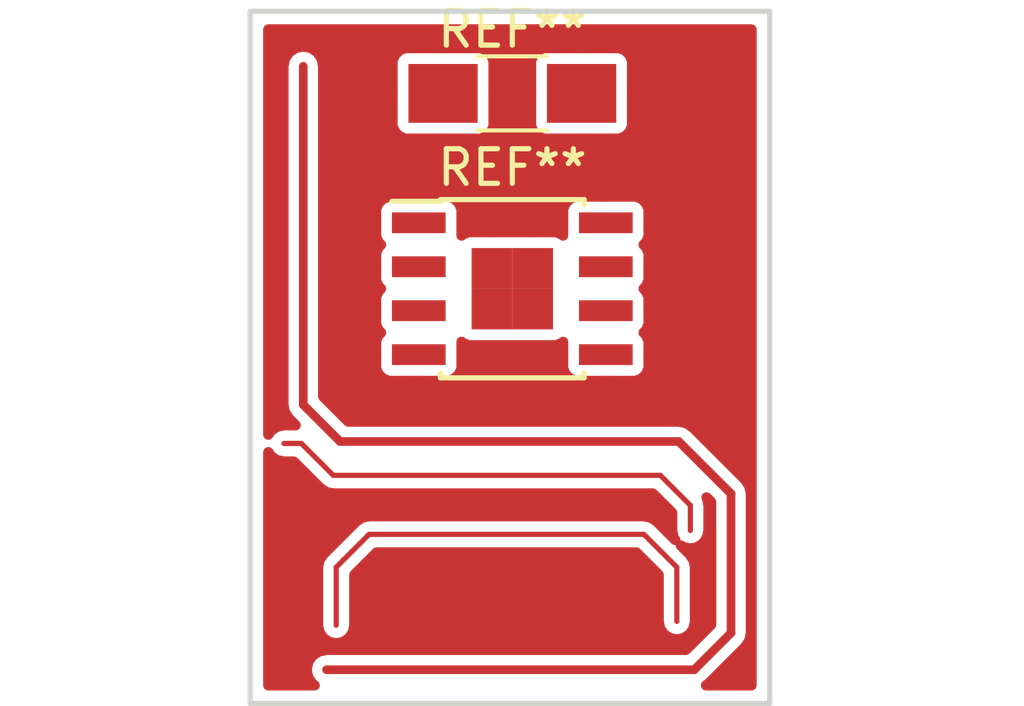
<source format=kicad_pcb>
(kicad_pcb (version 4) (host pcbnew 4.0.7-e2-6376~60~ubuntu17.10.1)

  (general
    (links 0)
    (no_connects 0)
    (area 92.702335 99.54716 122.435666 120.075001)
    (thickness 1.6)
    (drawings 4)
    (tracks 17)
    (zones 0)
    (modules 2)
    (nets 1)
  )

  (page A4)
  (layers
    (0 F.Cu signal)
    (31 B.Cu signal)
    (32 B.Adhes user)
    (33 F.Adhes user)
    (34 B.Paste user)
    (35 F.Paste user)
    (36 B.SilkS user)
    (37 F.SilkS user)
    (38 B.Mask user)
    (39 F.Mask user)
    (40 Dwgs.User user)
    (41 Cmts.User user)
    (42 Eco1.User user)
    (43 Eco2.User user)
    (44 Edge.Cuts user)
    (45 Margin user)
    (46 B.CrtYd user)
    (47 F.CrtYd user)
    (48 B.Fab user)
    (49 F.Fab user)
  )

  (setup
    (last_trace_width 0.15)
    (user_trace_width 0.1)
    (user_trace_width 0.15)
    (user_trace_width 0.2)
    (user_trace_width 0.25)
    (user_trace_width 0.3)
    (user_trace_width 0.4)
    (user_trace_width 0.5)
    (user_trace_width 0.6)
    (trace_clearance 0.2)
    (zone_clearance 0.3)
    (zone_45_only no)
    (trace_min 0.1)
    (segment_width 0.2)
    (edge_width 0.15)
    (via_size 0.6)
    (via_drill 0.4)
    (via_min_size 0.4)
    (via_min_drill 0.3)
    (uvia_size 0.3)
    (uvia_drill 0.1)
    (uvias_allowed no)
    (uvia_min_size 0.2)
    (uvia_min_drill 0.1)
    (pcb_text_width 0.3)
    (pcb_text_size 0.8 0.8)
    (mod_edge_width 0.15)
    (mod_text_size 1 1)
    (mod_text_width 0.15)
    (pad_size 1.524 1.524)
    (pad_drill 0.762)
    (pad_to_mask_clearance 0.2)
    (aux_axis_origin 99.86518 120.16486)
    (visible_elements FFFFFF7F)
    (pcbplotparams
      (layerselection 0x01000_00000001)
      (usegerberextensions false)
      (excludeedgelayer true)
      (linewidth 0.100000)
      (plotframeref false)
      (viasonmask false)
      (mode 1)
      (useauxorigin true)
      (hpglpennumber 1)
      (hpglpenspeed 20)
      (hpglpendiameter 15)
      (hpglpenoverlay 2)
      (psnegative false)
      (psa4output false)
      (plotreference true)
      (plotvalue true)
      (plotinvisibletext false)
      (padsonsilk false)
      (subtractmaskfromsilk false)
      (outputformat 1)
      (mirror false)
      (drillshape 0)
      (scaleselection 1)
      (outputdirectory Fabricacion/))
  )

  (net 0 "")

  (net_class Default "Esta es la clase de red por defecto."
    (clearance 0.2)
    (trace_width 0.25)
    (via_dia 0.6)
    (via_drill 0.4)
    (uvia_dia 0.3)
    (uvia_drill 0.1)
  )

  (module Resistors_SMD:R_1206_HandSoldering (layer F.Cu) (tedit 58E0A804) (tstamp 5ABC9A96)
    (at 107.569 102.37216)
    (descr "Resistor SMD 1206, hand soldering")
    (tags "resistor 1206")
    (attr smd)
    (fp_text reference REF** (at 0 -1.85) (layer F.SilkS)
      (effects (font (size 1 1) (thickness 0.15)))
    )
    (fp_text value R_1206_HandSoldering (at 0 1.9) (layer F.Fab)
      (effects (font (size 1 1) (thickness 0.15)))
    )
    (fp_text user %R (at 0 0) (layer F.Fab)
      (effects (font (size 0.7 0.7) (thickness 0.105)))
    )
    (fp_line (start -1.6 0.8) (end -1.6 -0.8) (layer F.Fab) (width 0.1))
    (fp_line (start 1.6 0.8) (end -1.6 0.8) (layer F.Fab) (width 0.1))
    (fp_line (start 1.6 -0.8) (end 1.6 0.8) (layer F.Fab) (width 0.1))
    (fp_line (start -1.6 -0.8) (end 1.6 -0.8) (layer F.Fab) (width 0.1))
    (fp_line (start 1 1.07) (end -1 1.07) (layer F.SilkS) (width 0.12))
    (fp_line (start -1 -1.07) (end 1 -1.07) (layer F.SilkS) (width 0.12))
    (fp_line (start -3.25 -1.11) (end 3.25 -1.11) (layer F.CrtYd) (width 0.05))
    (fp_line (start -3.25 -1.11) (end -3.25 1.1) (layer F.CrtYd) (width 0.05))
    (fp_line (start 3.25 1.1) (end 3.25 -1.11) (layer F.CrtYd) (width 0.05))
    (fp_line (start 3.25 1.1) (end -3.25 1.1) (layer F.CrtYd) (width 0.05))
    (pad 1 smd rect (at -2 0) (size 2 1.7) (layers F.Cu F.Paste F.Mask))
    (pad 2 smd rect (at 2 0) (size 2 1.7) (layers F.Cu F.Paste F.Mask))
    (model ${KISYS3DMOD}/Resistors_SMD.3dshapes/R_1206.wrl
      (at (xyz 0 0 0))
      (scale (xyz 1 1 1))
      (rotate (xyz 0 0 0))
    )
  )

  (module Housings_SOIC:SOIC-8-1EP_3.9x4.9mm_Pitch1.27mm (layer F.Cu) (tedit 58CC8F64) (tstamp 5AC4D93F)
    (at 107.569 108.01604)
    (descr "8-Lead Thermally Enhanced Plastic Small Outline (SE) - Narrow, 3.90 mm Body [SOIC] (see Microchip Packaging Specification 00000049BS.pdf)")
    (tags "SOIC 1.27")
    (attr smd)
    (fp_text reference REF** (at 0 -3.5) (layer F.SilkS)
      (effects (font (size 1 1) (thickness 0.15)))
    )
    (fp_text value SOIC-8-1EP_3.9x4.9mm_Pitch1.27mm (at 0 3.5) (layer F.Fab)
      (effects (font (size 1 1) (thickness 0.15)))
    )
    (fp_text user %R (at 0 0) (layer F.Fab)
      (effects (font (size 0.9 0.9) (thickness 0.135)))
    )
    (fp_line (start -0.95 -2.45) (end 1.95 -2.45) (layer F.Fab) (width 0.15))
    (fp_line (start 1.95 -2.45) (end 1.95 2.45) (layer F.Fab) (width 0.15))
    (fp_line (start 1.95 2.45) (end -1.95 2.45) (layer F.Fab) (width 0.15))
    (fp_line (start -1.95 2.45) (end -1.95 -1.45) (layer F.Fab) (width 0.15))
    (fp_line (start -1.95 -1.45) (end -0.95 -2.45) (layer F.Fab) (width 0.15))
    (fp_line (start -3.75 -2.75) (end -3.75 2.75) (layer F.CrtYd) (width 0.05))
    (fp_line (start 3.75 -2.75) (end 3.75 2.75) (layer F.CrtYd) (width 0.05))
    (fp_line (start -3.75 -2.75) (end 3.75 -2.75) (layer F.CrtYd) (width 0.05))
    (fp_line (start -3.75 2.75) (end 3.75 2.75) (layer F.CrtYd) (width 0.05))
    (fp_line (start -2.075 -2.575) (end -2.075 -2.525) (layer F.SilkS) (width 0.15))
    (fp_line (start 2.075 -2.575) (end 2.075 -2.43) (layer F.SilkS) (width 0.15))
    (fp_line (start 2.075 2.575) (end 2.075 2.43) (layer F.SilkS) (width 0.15))
    (fp_line (start -2.075 2.575) (end -2.075 2.43) (layer F.SilkS) (width 0.15))
    (fp_line (start -2.075 -2.575) (end 2.075 -2.575) (layer F.SilkS) (width 0.15))
    (fp_line (start -2.075 2.575) (end 2.075 2.575) (layer F.SilkS) (width 0.15))
    (fp_line (start -2.075 -2.525) (end -3.475 -2.525) (layer F.SilkS) (width 0.15))
    (pad 1 smd rect (at -2.7 -1.905) (size 1.55 0.6) (layers F.Cu F.Paste F.Mask))
    (pad 2 smd rect (at -2.7 -0.635) (size 1.55 0.6) (layers F.Cu F.Paste F.Mask))
    (pad 3 smd rect (at -2.7 0.635) (size 1.55 0.6) (layers F.Cu F.Paste F.Mask))
    (pad 4 smd rect (at -2.7 1.905) (size 1.55 0.6) (layers F.Cu F.Paste F.Mask))
    (pad 5 smd rect (at 2.7 1.905) (size 1.55 0.6) (layers F.Cu F.Paste F.Mask))
    (pad 6 smd rect (at 2.7 0.635) (size 1.55 0.6) (layers F.Cu F.Paste F.Mask))
    (pad 7 smd rect (at 2.7 -0.635) (size 1.55 0.6) (layers F.Cu F.Paste F.Mask))
    (pad 8 smd rect (at 2.7 -1.905) (size 1.55 0.6) (layers F.Cu F.Paste F.Mask))
    (pad 9 smd rect (at 0.5875 0.5875) (size 1.175 1.175) (layers F.Cu F.Paste F.Mask)
      (solder_paste_margin_ratio -0.2))
    (pad 9 smd rect (at 0.5875 -0.5875) (size 1.175 1.175) (layers F.Cu F.Paste F.Mask)
      (solder_paste_margin_ratio -0.2))
    (pad 9 smd rect (at -0.5875 0.5875) (size 1.175 1.175) (layers F.Cu F.Paste F.Mask)
      (solder_paste_margin_ratio -0.2))
    (pad 9 smd rect (at -0.5875 -0.5875) (size 1.175 1.175) (layers F.Cu F.Paste F.Mask)
      (solder_paste_margin_ratio -0.2))
    (model ${KISYS3DMOD}/Housings_SOIC.3dshapes/SOIC-8-1EP_3.9x4.9mm_Pitch1.27mm.wrl
      (at (xyz 0 0 0))
      (scale (xyz 1 1 1))
      (rotate (xyz 0 0 0))
    )
  )

  (gr_line (start 115 100) (end 115 120) (angle 90) (layer Edge.Cuts) (width 0.15))
  (gr_line (start 100 100) (end 115 100) (angle 90) (layer Edge.Cuts) (width 0.15))
  (gr_line (start 100 120) (end 115 120) (angle 90) (layer Edge.Cuts) (width 0.15))
  (gr_line (start 100 100) (end 100 120) (angle 90) (layer Edge.Cuts) (width 0.15))

  (segment (start 102.48392 117.73916) (end 102.48392 116.06276) (width 0.15) (layer F.Cu) (net 0))
  (segment (start 112.3188 116.06276) (end 112.3188 117.6274) (width 0.15) (layer F.Cu) (net 0) (tstamp 5AC4D98C))
  (segment (start 111.36884 115.1128) (end 112.3188 116.06276) (width 0.15) (layer F.Cu) (net 0) (tstamp 5AC4D98A))
  (segment (start 103.43388 115.1128) (end 111.36884 115.1128) (width 0.15) (layer F.Cu) (net 0) (tstamp 5AC4D988))
  (segment (start 102.48392 116.06276) (end 103.43388 115.1128) (width 0.15) (layer F.Cu) (net 0) (tstamp 5AC4D986))
  (segment (start 100.97516 112.48644) (end 101.47808 112.48644) (width 0.15) (layer F.Cu) (net 0))
  (segment (start 112.70996 114.2746) (end 112.70996 115.00104) (width 0.15) (layer F.Cu) (net 0) (tstamp 5AC4D981))
  (segment (start 111.84382 113.40846) (end 112.70996 114.2746) (width 0.15) (layer F.Cu) (net 0) (tstamp 5AC4D97F))
  (segment (start 102.4001 113.40846) (end 111.84382 113.40846) (width 0.15) (layer F.Cu) (net 0) (tstamp 5AC4D97D))
  (segment (start 101.47808 112.48644) (end 102.4001 113.40846) (width 0.15) (layer F.Cu) (net 0) (tstamp 5AC4D97C))
  (segment (start 101.53396 101.58984) (end 101.53396 111.36884) (width 0.25) (layer F.Cu) (net 0))
  (segment (start 112.82172 119.0244) (end 102.20452 119.0244) (width 0.25) (layer F.Cu) (net 0) (tstamp 5AC4D975))
  (segment (start 113.88344 117.96268) (end 112.82172 119.0244) (width 0.25) (layer F.Cu) (net 0) (tstamp 5AC4D973))
  (segment (start 113.88344 113.93932) (end 113.88344 117.96268) (width 0.25) (layer F.Cu) (net 0) (tstamp 5AC4D971))
  (segment (start 112.37468 112.43056) (end 113.88344 113.93932) (width 0.25) (layer F.Cu) (net 0) (tstamp 5AC4D96F))
  (segment (start 102.59568 112.43056) (end 112.37468 112.43056) (width 0.25) (layer F.Cu) (net 0) (tstamp 5AC4D96D))
  (segment (start 101.53396 111.36884) (end 102.59568 112.43056) (width 0.25) (layer F.Cu) (net 0) (tstamp 5AC4D96B))

  (zone (net 0) (net_name "") (layer F.Cu) (tstamp 5ACD1051) (hatch edge 0.508)
    (connect_pads (clearance 0.3))
    (min_thickness 0.3)
    (fill yes (arc_segments 16) (thermal_gap 0.31) (thermal_bridge_width 0.31))
    (polygon
      (pts
        (xy 100.0252 119.974569) (xy 100.0252 120.03024) (xy 99.96932 119.97436)
      )
    )
  )
  (zone (net 0) (net_name "") (layer F.Cu) (tstamp 5ACD1052) (hatch edge 0.508)
    (connect_pads (clearance 0.3))
    (min_thickness 0.3)
    (fill yes (arc_segments 16) (thermal_gap 0.31) (thermal_bridge_width 0.31))
    (polygon
      (pts
        (xy 115.00104 100.08108) (xy 114.94516 120.03024) (xy 100.0252 119.974569) (xy 100.0252 100.0252)
      )
    )
    (filled_polygon
      (pts
        (xy 100.603929 112.857671) (xy 100.774251 112.971477) (xy 100.97516 113.01144) (xy 101.260618 113.01144) (xy 102.028869 113.779691)
        (xy 102.199191 113.893497) (xy 102.4001 113.93346) (xy 111.626358 113.93346) (xy 112.18496 114.492062) (xy 112.18496 115.00104)
        (xy 112.224923 115.201949) (xy 112.274202 115.2757) (xy 111.740071 114.741569) (xy 111.569749 114.627763) (xy 111.36884 114.5878)
        (xy 103.43388 114.5878) (xy 103.232971 114.627763) (xy 103.062649 114.741569) (xy 102.112689 115.691529) (xy 101.998883 115.861851)
        (xy 101.95892 116.06276) (xy 101.95892 117.73916) (xy 101.998883 117.940069) (xy 102.112689 118.110391) (xy 102.283011 118.224197)
        (xy 102.48392 118.26416) (xy 102.684829 118.224197) (xy 102.855151 118.110391) (xy 102.968957 117.940069) (xy 103.00892 117.73916)
        (xy 103.00892 116.280222) (xy 103.651342 115.6378) (xy 111.151378 115.6378) (xy 111.7938 116.280222) (xy 111.7938 117.6274)
        (xy 111.833763 117.828309) (xy 111.947569 117.998631) (xy 112.117891 118.112437) (xy 112.3188 118.1524) (xy 112.519709 118.112437)
        (xy 112.690031 117.998631) (xy 112.803837 117.828309) (xy 112.8438 117.6274) (xy 112.8438 116.06276) (xy 112.803837 115.861851)
        (xy 112.690031 115.691529) (xy 112.4353 115.436798) (xy 112.509051 115.486077) (xy 112.70996 115.52604) (xy 112.910869 115.486077)
        (xy 113.081191 115.372271) (xy 113.194997 115.201949) (xy 113.23496 115.00104) (xy 113.23496 114.2746) (xy 113.194997 114.073691)
        (xy 113.175583 114.044635) (xy 113.30844 114.177493) (xy 113.30844 117.724507) (xy 112.583548 118.4494) (xy 102.20452 118.4494)
        (xy 101.984477 118.493169) (xy 101.797934 118.617814) (xy 101.673289 118.804357) (xy 101.62952 119.0244) (xy 101.673289 119.244443)
        (xy 101.797934 119.430986) (xy 101.863805 119.475) (xy 100.525 119.475) (xy 100.525 112.739546)
      )
    )
    (filled_polygon
      (pts
        (xy 114.475 119.475) (xy 113.162435 119.475) (xy 113.228306 119.430986) (xy 114.290027 118.369266) (xy 114.414671 118.182723)
        (xy 114.45844 117.96268) (xy 114.45844 113.93932) (xy 114.414671 113.719277) (xy 114.290027 113.532734) (xy 112.781266 112.023974)
        (xy 112.594723 111.899329) (xy 112.37468 111.85556) (xy 102.833853 111.85556) (xy 102.10896 111.130668) (xy 102.10896 105.719541)
        (xy 103.634 105.719541) (xy 103.634 105.99104) (xy 103.635184 105.992224) (xy 103.635184 106.229856) (xy 103.634 106.23104)
        (xy 103.634 106.502539) (xy 103.704031 106.671609) (xy 103.778462 106.74604) (xy 103.704031 106.820471) (xy 103.634 106.989541)
        (xy 103.634 107.26104) (xy 103.635184 107.262224) (xy 103.635184 107.499856) (xy 103.634 107.50104) (xy 103.634 107.772539)
        (xy 103.704031 107.941609) (xy 103.778462 108.01604) (xy 103.704031 108.090471) (xy 103.634 108.259541) (xy 103.634 108.53104)
        (xy 103.635184 108.532224) (xy 103.635184 108.769856) (xy 103.634 108.77104) (xy 103.634 109.042539) (xy 103.704031 109.211609)
        (xy 103.778462 109.28604) (xy 103.704031 109.360471) (xy 103.634 109.529541) (xy 103.634 109.80104) (xy 103.635184 109.802224)
        (xy 103.635184 110.039856) (xy 103.634 110.04104) (xy 103.634 110.312539) (xy 103.704031 110.481609) (xy 103.833431 110.611009)
        (xy 104.0025 110.68104) (xy 104.749 110.68104) (xy 104.750184 110.679856) (xy 104.987816 110.679856) (xy 104.989 110.68104)
        (xy 105.7355 110.68104) (xy 105.904569 110.611009) (xy 106.033969 110.481609) (xy 106.104 110.312539) (xy 106.104 110.04104)
        (xy 106.102816 110.039856) (xy 106.102816 109.802224) (xy 106.104 109.80104) (xy 106.104 109.551578) (xy 106.133431 109.581009)
        (xy 106.3025 109.65104) (xy 106.8615 109.65104) (xy 106.862684 109.649856) (xy 107.100316 109.649856) (xy 107.1015 109.65104)
        (xy 108.0365 109.65104) (xy 108.037684 109.649856) (xy 108.275316 109.649856) (xy 108.2765 109.65104) (xy 108.8355 109.65104)
        (xy 109.004569 109.581009) (xy 109.034 109.551578) (xy 109.034 109.80104) (xy 109.035184 109.802224) (xy 109.035184 110.039856)
        (xy 109.034 110.04104) (xy 109.034 110.312539) (xy 109.104031 110.481609) (xy 109.233431 110.611009) (xy 109.4025 110.68104)
        (xy 110.149 110.68104) (xy 110.150184 110.679856) (xy 110.387816 110.679856) (xy 110.389 110.68104) (xy 111.1355 110.68104)
        (xy 111.304569 110.611009) (xy 111.433969 110.481609) (xy 111.504 110.312539) (xy 111.504 110.04104) (xy 111.502816 110.039856)
        (xy 111.502816 109.802224) (xy 111.504 109.80104) (xy 111.504 109.529541) (xy 111.433969 109.360471) (xy 111.359538 109.28604)
        (xy 111.433969 109.211609) (xy 111.504 109.042539) (xy 111.504 108.77104) (xy 111.502816 108.769856) (xy 111.502816 108.532224)
        (xy 111.504 108.53104) (xy 111.504 108.259541) (xy 111.433969 108.090471) (xy 111.359538 108.01604) (xy 111.433969 107.941609)
        (xy 111.504 107.772539) (xy 111.504 107.50104) (xy 111.502816 107.499856) (xy 111.502816 107.262224) (xy 111.504 107.26104)
        (xy 111.504 106.989541) (xy 111.433969 106.820471) (xy 111.359538 106.74604) (xy 111.433969 106.671609) (xy 111.504 106.502539)
        (xy 111.504 106.23104) (xy 111.502816 106.229856) (xy 111.502816 105.992224) (xy 111.504 105.99104) (xy 111.504 105.719541)
        (xy 111.433969 105.550471) (xy 111.304569 105.421071) (xy 111.1355 105.35104) (xy 110.389 105.35104) (xy 110.387816 105.352224)
        (xy 110.150184 105.352224) (xy 110.149 105.35104) (xy 109.4025 105.35104) (xy 109.233431 105.421071) (xy 109.104031 105.550471)
        (xy 109.034 105.719541) (xy 109.034 105.99104) (xy 109.035184 105.992224) (xy 109.035184 106.229856) (xy 109.034 106.23104)
        (xy 109.034 106.480502) (xy 109.004569 106.451071) (xy 108.8355 106.38104) (xy 108.2765 106.38104) (xy 108.275316 106.382224)
        (xy 108.037684 106.382224) (xy 108.0365 106.38104) (xy 107.1015 106.38104) (xy 107.100316 106.382224) (xy 106.862684 106.382224)
        (xy 106.8615 106.38104) (xy 106.3025 106.38104) (xy 106.133431 106.451071) (xy 106.104 106.480502) (xy 106.104 106.23104)
        (xy 106.102816 106.229856) (xy 106.102816 105.992224) (xy 106.104 105.99104) (xy 106.104 105.719541) (xy 106.033969 105.550471)
        (xy 105.904569 105.421071) (xy 105.7355 105.35104) (xy 104.989 105.35104) (xy 104.987816 105.352224) (xy 104.750184 105.352224)
        (xy 104.749 105.35104) (xy 104.0025 105.35104) (xy 103.833431 105.421071) (xy 103.704031 105.550471) (xy 103.634 105.719541)
        (xy 102.10896 105.719541) (xy 102.10896 101.58984) (xy 102.077298 101.430661) (xy 104.109 101.430661) (xy 104.109 102.25216)
        (xy 104.110184 102.253344) (xy 104.110184 102.490976) (xy 104.109 102.49216) (xy 104.109 103.313659) (xy 104.179031 103.482729)
        (xy 104.308431 103.612129) (xy 104.4775 103.68216) (xy 105.449 103.68216) (xy 105.450184 103.680976) (xy 105.687816 103.680976)
        (xy 105.689 103.68216) (xy 106.6605 103.68216) (xy 106.829569 103.612129) (xy 106.958969 103.482729) (xy 107.029 103.313659)
        (xy 107.029 102.49216) (xy 107.027816 102.490976) (xy 107.027816 102.253344) (xy 107.029 102.25216) (xy 107.029 101.430661)
        (xy 108.109 101.430661) (xy 108.109 102.25216) (xy 108.110184 102.253344) (xy 108.110184 102.490976) (xy 108.109 102.49216)
        (xy 108.109 103.313659) (xy 108.179031 103.482729) (xy 108.308431 103.612129) (xy 108.4775 103.68216) (xy 109.449 103.68216)
        (xy 109.450184 103.680976) (xy 109.687816 103.680976) (xy 109.689 103.68216) (xy 110.6605 103.68216) (xy 110.829569 103.612129)
        (xy 110.958969 103.482729) (xy 111.029 103.313659) (xy 111.029 102.49216) (xy 111.027816 102.490976) (xy 111.027816 102.253344)
        (xy 111.029 102.25216) (xy 111.029 101.430661) (xy 110.958969 101.261591) (xy 110.829569 101.132191) (xy 110.6605 101.06216)
        (xy 109.689 101.06216) (xy 109.687816 101.063344) (xy 109.450184 101.063344) (xy 109.449 101.06216) (xy 108.4775 101.06216)
        (xy 108.308431 101.132191) (xy 108.179031 101.261591) (xy 108.109 101.430661) (xy 107.029 101.430661) (xy 106.958969 101.261591)
        (xy 106.829569 101.132191) (xy 106.6605 101.06216) (xy 105.689 101.06216) (xy 105.687816 101.063344) (xy 105.450184 101.063344)
        (xy 105.449 101.06216) (xy 104.4775 101.06216) (xy 104.308431 101.132191) (xy 104.179031 101.261591) (xy 104.109 101.430661)
        (xy 102.077298 101.430661) (xy 102.065191 101.369797) (xy 101.940546 101.183254) (xy 101.754003 101.058609) (xy 101.53396 101.01484)
        (xy 101.313917 101.058609) (xy 101.127374 101.183254) (xy 101.002729 101.369797) (xy 100.95896 101.58984) (xy 100.95896 111.36884)
        (xy 101.002729 111.588883) (xy 101.127374 111.775426) (xy 101.313388 111.96144) (xy 100.97516 111.96144) (xy 100.774251 112.001403)
        (xy 100.603929 112.115209) (xy 100.525 112.233334) (xy 100.525 100.525) (xy 114.475 100.525)
      )
    )
  )
)

</source>
